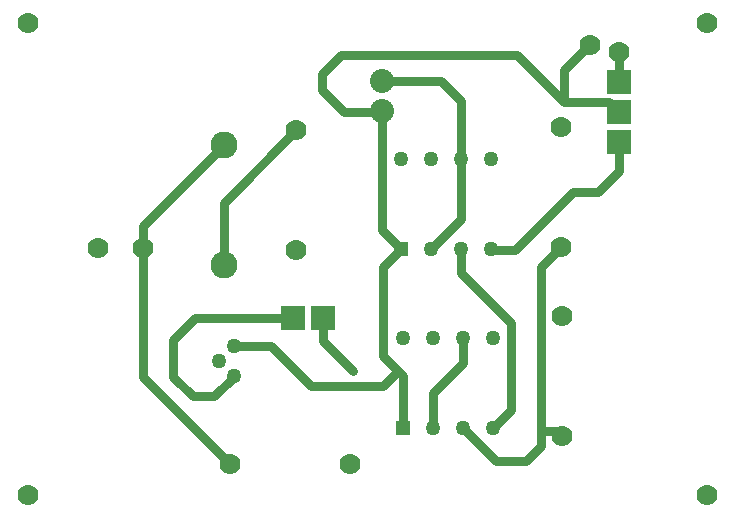
<source format=gbr>
G04 PROTEUS RS274X GERBER FILE*
%FSLAX45Y45*%
%MOMM*%
G01*
%ADD10C,0.762000*%
%ADD11C,0.762000*%
%ADD12R,1.270000X1.270000*%
%ADD13C,1.270000*%
%ADD14C,2.032000*%
%ADD15C,1.778000*%
%ADD16C,2.286000*%
%ADD17R,2.032000X2.032000*%
D10*
X-3746500Y-698500D02*
X-4000000Y-445000D01*
X-4000000Y-250000D01*
X-2833000Y+337000D02*
X-2833000Y+127000D01*
X-2413000Y-293000D01*
X-2413000Y-1029000D01*
X-2563000Y-1179000D01*
X-4230000Y+1338000D02*
X-4841000Y+727000D01*
X-4841000Y+199000D01*
X-2833000Y+1099000D02*
X-2833000Y+1587500D01*
X-2999500Y+1754000D01*
X-3500000Y+1754000D01*
X-2833000Y+1099000D02*
X-2833000Y+591000D01*
X-3087000Y+337000D01*
X-2159000Y-1206500D02*
X-2159000Y+179000D01*
X-1985000Y+353000D01*
X-2159000Y-1206500D02*
X-2159000Y-1333500D01*
X-2286000Y-1460500D01*
X-2535500Y-1460500D01*
X-2817000Y-1179000D01*
X-2032000Y-1206500D02*
X-2159000Y-1206500D01*
X-2032000Y-1206500D02*
X-1981000Y-1206500D01*
X-1981000Y-1246000D01*
X-2817000Y-417000D02*
X-2817000Y-635000D01*
X-3071000Y-889000D01*
X-3071000Y-1179000D01*
X-1500000Y+1750000D02*
X-1500000Y+2000000D01*
X-5523000Y+345000D02*
X-5523000Y-748000D01*
X-4786000Y-1485000D01*
X-5523000Y+345000D02*
X-5523000Y+533000D01*
X-4841000Y+1215000D01*
X-4758000Y-485000D02*
X-4445000Y-485000D01*
X-4104500Y-825500D01*
X-3492500Y-825500D01*
X-3365500Y-698500D01*
X-3341000Y+337000D02*
X-3492500Y+185500D01*
X-3492500Y-571500D01*
X-3365500Y-698500D01*
X-3325000Y-739000D01*
X-3325000Y-1179000D01*
X-1963093Y+1578795D02*
X-1963093Y+1846808D01*
X-1743185Y+2066716D01*
X-1746321Y+2066716D01*
X-1743185Y+2063580D01*
X-3500000Y+1500000D02*
X-3505404Y+1494596D01*
X-3824825Y+1494596D01*
X-4007255Y+1677026D01*
X-4007255Y+1817359D01*
X-3848213Y+1976401D01*
X-2360699Y+1976401D01*
X-1963093Y+1578795D01*
X-1582795Y+1578795D01*
X-1500000Y+1496000D01*
X-3341000Y+337000D02*
X-3500000Y+496000D01*
X-3500000Y+1500000D01*
X-4254000Y-250000D02*
X-5083383Y-250000D01*
X-5269515Y-436132D01*
X-5269515Y-746247D01*
X-5107073Y-908689D01*
X-4927403Y-908689D01*
X-4922480Y-913612D01*
X-4758000Y-749132D01*
X-4758000Y-739000D01*
X-1500000Y+1242000D02*
X-1500000Y+992271D01*
X-1672621Y+819650D01*
X-1887164Y+819650D01*
X-2377902Y+328912D01*
X-2570912Y+328912D01*
X-2579000Y+337000D01*
D11*
X-3746500Y-698500D03*
D12*
X-3341000Y+337000D03*
D13*
X-3087000Y+337000D03*
X-2833000Y+337000D03*
X-2579000Y+337000D03*
X-2579000Y+1099000D03*
X-2833000Y+1099000D03*
X-3087000Y+1099000D03*
X-3341000Y+1099000D03*
D12*
X-3325000Y-1179000D03*
D13*
X-3071000Y-1179000D03*
X-2817000Y-1179000D03*
X-2563000Y-1179000D03*
X-2563000Y-417000D03*
X-2817000Y-417000D03*
X-3071000Y-417000D03*
X-3325000Y-417000D03*
D14*
X-3500000Y+1500000D03*
X-3500000Y+1754000D03*
D15*
X-4230000Y+1338000D03*
X-4230000Y+322000D03*
X-1981000Y-230000D03*
X-1981000Y-1246000D03*
X-5523000Y+345000D03*
X-5904000Y+345000D03*
D16*
X-4841000Y+1215000D03*
X-4841000Y+199000D03*
D15*
X-3770000Y-1485000D03*
X-4786000Y-1485000D03*
D13*
X-4758000Y-485000D03*
X-4885000Y-612000D03*
X-4758000Y-739000D03*
D15*
X-1985000Y+353000D03*
X-1985000Y+1369000D03*
D17*
X-1500000Y+1750000D03*
X-1500000Y+1496000D03*
X-1500000Y+1242000D03*
D15*
X-750000Y+2250000D03*
X-750000Y-1750000D03*
X-6500000Y-1750000D03*
X-6500000Y+2250000D03*
X-1500000Y+2000000D03*
X-1743185Y+2063580D03*
D17*
X-4000000Y-250000D03*
X-4254000Y-250000D03*
M02*

</source>
